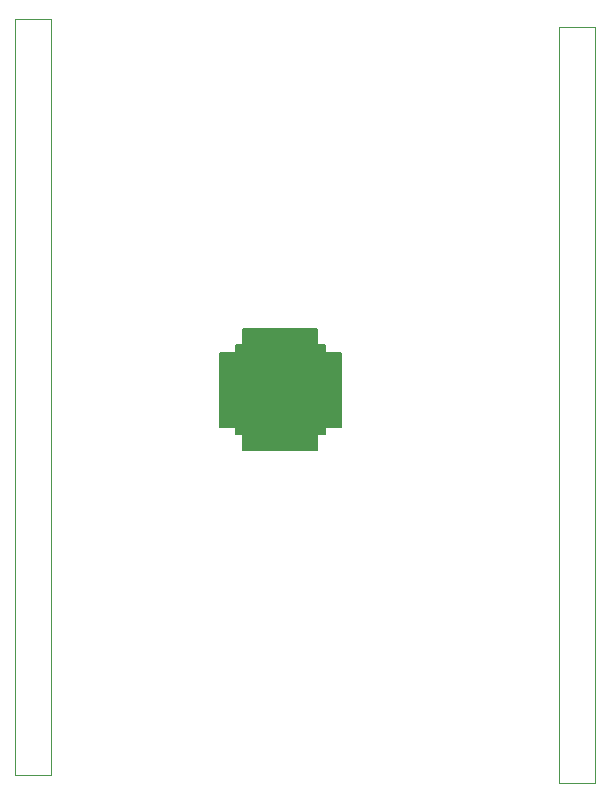
<source format=gbr>
G04*
G04 #@! TF.GenerationSoftware,Altium Limited,Altium Designer,25.4.2 (15)*
G04*
G04 Layer_Color=32768*
%FSLAX44Y44*%
%MOMM*%
G71*
G04*
G04 #@! TF.SameCoordinates,7CC7F18F-E7B3-4B97-A1FD-F02243D0E875*
G04*
G04*
G04 #@! TF.FilePolarity,Positive*
G04*
G01*
G75*
%ADD11C,0.1524*%
%ADD24C,0.0500*%
G36*
X197210Y299010D02*
X191060D01*
Y305160D01*
X177504D01*
Y367940D01*
X191060D01*
Y374090D01*
X197210D01*
Y387646D01*
X259990D01*
Y374090D01*
X266140D01*
Y367940D01*
X279696D01*
Y305160D01*
X266140D01*
Y299010D01*
X259990D01*
Y285454D01*
X197210D01*
Y299010D01*
D02*
G37*
D11*
X191060D02*
Y305160D01*
X177504D02*
X191060D01*
X177504D02*
Y367940D01*
X191060D01*
Y374090D01*
X266140Y299010D02*
Y305160D01*
X279696D01*
Y367940D01*
X266140D02*
X279696D01*
X266140D02*
Y374090D01*
X191060D02*
X197210D01*
Y387646D01*
X259990D01*
Y374090D02*
Y387646D01*
Y374090D02*
X266140D01*
X191060Y299010D02*
X197210D01*
Y285454D02*
Y299010D01*
Y285454D02*
X259990D01*
Y299010D01*
X266140D01*
D24*
X464860Y3850D02*
Y643850D01*
Y3850D02*
X495260D01*
Y643850D01*
X464860D02*
X495260D01*
X34250Y10200D02*
Y650200D01*
X3850D02*
X34250D01*
X3850Y10200D02*
Y650200D01*
Y10200D02*
X34250D01*
M02*

</source>
